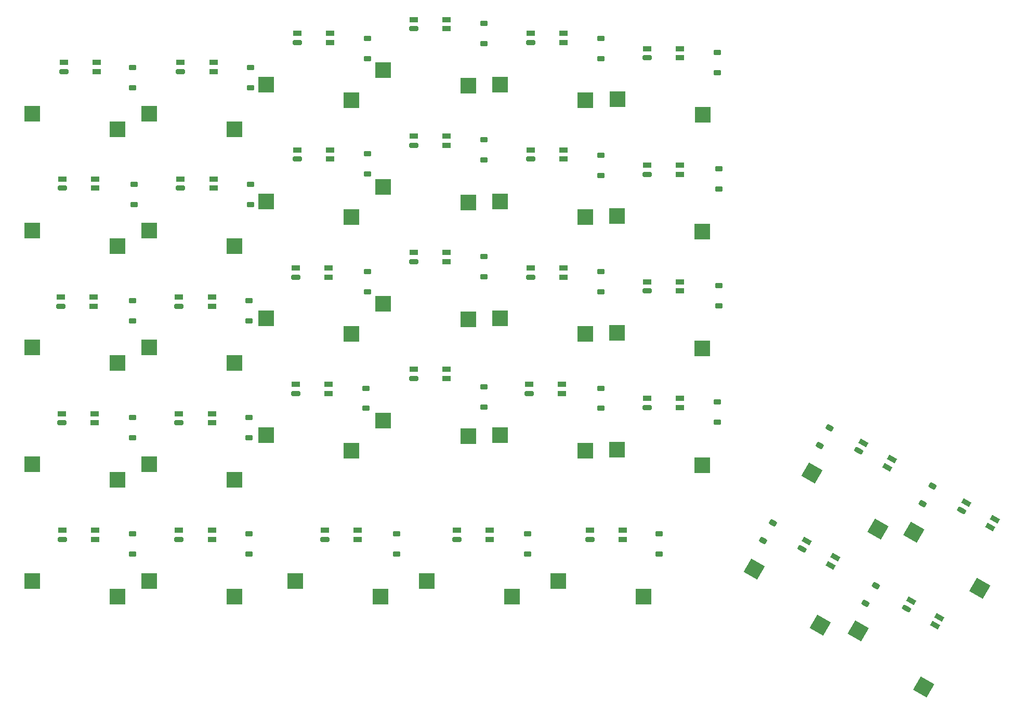
<source format=gbr>
%TF.GenerationSoftware,KiCad,Pcbnew,9.0.0*%
%TF.CreationDate,2025-07-27T21:57:38+02:00*%
%TF.ProjectId,keyboard,6b657962-6f61-4726-942e-6b696361645f,rev?*%
%TF.SameCoordinates,Original*%
%TF.FileFunction,Paste,Top*%
%TF.FilePolarity,Positive*%
%FSLAX46Y46*%
G04 Gerber Fmt 4.6, Leading zero omitted, Abs format (unit mm)*
G04 Created by KiCad (PCBNEW 9.0.0) date 2025-07-27 21:57:38*
%MOMM*%
%LPD*%
G01*
G04 APERTURE LIST*
G04 Aperture macros list*
%AMRoundRect*
0 Rectangle with rounded corners*
0 $1 Rounding radius*
0 $2 $3 $4 $5 $6 $7 $8 $9 X,Y pos of 4 corners*
0 Add a 4 corners polygon primitive as box body*
4,1,4,$2,$3,$4,$5,$6,$7,$8,$9,$2,$3,0*
0 Add four circle primitives for the rounded corners*
1,1,$1+$1,$2,$3*
1,1,$1+$1,$4,$5*
1,1,$1+$1,$6,$7*
1,1,$1+$1,$8,$9*
0 Add four rect primitives between the rounded corners*
20,1,$1+$1,$2,$3,$4,$5,0*
20,1,$1+$1,$4,$5,$6,$7,0*
20,1,$1+$1,$6,$7,$8,$9,0*
20,1,$1+$1,$8,$9,$2,$3,0*%
%AMRotRect*
0 Rectangle, with rotation*
0 The origin of the aperture is its center*
0 $1 length*
0 $2 width*
0 $3 Rotation angle, in degrees counterclockwise*
0 Add horizontal line*
21,1,$1,$2,0,0,$3*%
G04 Aperture macros list end*
%ADD10RoundRect,0.225000X0.375000X-0.225000X0.375000X0.225000X-0.375000X0.225000X-0.375000X-0.225000X0*%
%ADD11RoundRect,0.225000X0.212260X-0.382356X0.437260X0.007356X-0.212260X0.382356X-0.437260X-0.007356X0*%
%ADD12R,1.450000X0.820000*%
%ADD13RoundRect,0.205000X-0.520000X-0.205000X0.520000X-0.205000X0.520000X0.205000X-0.520000X0.205000X0*%
%ADD14RotRect,1.450000X0.820000X330.000000*%
%ADD15RoundRect,0.205000X-0.552833X0.082465X0.347833X-0.437535X0.552833X-0.082465X-0.347833X0.437535X0*%
%ADD16RoundRect,0.205000X0.520000X0.205000X-0.520000X0.205000X-0.520000X-0.205000X0.520000X-0.205000X0*%
%ADD17R,2.550000X2.500000*%
%ADD18RotRect,2.550000X2.500000X330.000000*%
G04 APERTURE END LIST*
D10*
%TO.C,D_6*%
X257750000Y-165850000D03*
X257750000Y-169150000D03*
%TD*%
%TO.C,D_7*%
X238750000Y-168100000D03*
X238750000Y-171400000D03*
%TD*%
%TO.C,D_8*%
X276750000Y-168350000D03*
X276750000Y-171650000D03*
%TD*%
%TO.C,D_10*%
X200750000Y-173100000D03*
X200750000Y-176400000D03*
%TD*%
%TO.C,D_11*%
X219750000Y-173100000D03*
X219750000Y-176400000D03*
%TD*%
%TO.C,D_17*%
X219500000Y-192100000D03*
X219500000Y-195400000D03*
%TD*%
%TO.C,D_0*%
X257750000Y-146850000D03*
X257750000Y-150150000D03*
%TD*%
%TO.C,D_1*%
X238750000Y-149350000D03*
X238750000Y-152650000D03*
%TD*%
%TO.C,D_2*%
X276750000Y-149350000D03*
X276750000Y-152650000D03*
%TD*%
%TO.C,D_3*%
X295750000Y-151600000D03*
X295750000Y-154900000D03*
%TD*%
%TO.C,D_4*%
X200500000Y-154100000D03*
X200500000Y-157400000D03*
%TD*%
%TO.C,D_5*%
X219750000Y-154100000D03*
X219750000Y-157400000D03*
%TD*%
%TO.C,D_9*%
X296000000Y-170600000D03*
X296000000Y-173900000D03*
%TD*%
%TO.C,D_12*%
X257750000Y-184850000D03*
X257750000Y-188150000D03*
%TD*%
%TO.C,D_13*%
X238750000Y-187350000D03*
X238750000Y-190650000D03*
%TD*%
%TO.C,D_15*%
X296000000Y-189600000D03*
X296000000Y-192900000D03*
%TD*%
%TO.C,D_16*%
X200500000Y-192100000D03*
X200500000Y-195400000D03*
%TD*%
%TO.C,D_18*%
X257750000Y-206100000D03*
X257750000Y-209400000D03*
%TD*%
%TO.C,D_19*%
X238500000Y-206350000D03*
X238500000Y-209650000D03*
%TD*%
%TO.C,D_20*%
X276750000Y-206350000D03*
X276750000Y-209650000D03*
%TD*%
%TO.C,D_21*%
X295750000Y-208600000D03*
X295750000Y-211900000D03*
%TD*%
%TO.C,D_22*%
X200500000Y-211100000D03*
X200500000Y-214400000D03*
%TD*%
%TO.C,D_23*%
X219500000Y-211100000D03*
X219500000Y-214400000D03*
%TD*%
%TO.C,D_24*%
X200500000Y-230100000D03*
X200500000Y-233400000D03*
%TD*%
%TO.C,D_25*%
X219500000Y-230100000D03*
X219500000Y-233400000D03*
%TD*%
%TO.C,D_26*%
X243500000Y-230100000D03*
X243500000Y-233400000D03*
%TD*%
%TO.C,D_27*%
X264862500Y-230100000D03*
X264862500Y-233400000D03*
%TD*%
%TO.C,D_28*%
X286250000Y-230100000D03*
X286250000Y-233400000D03*
%TD*%
D11*
%TO.C,D_29*%
X314075000Y-212821058D03*
X312425000Y-215678942D03*
%TD*%
%TO.C,D_30*%
X330825000Y-222321058D03*
X329175000Y-225178942D03*
%TD*%
%TO.C,D_31*%
X304825000Y-228321058D03*
X303175000Y-231178942D03*
%TD*%
D10*
%TO.C,D_14*%
X276750000Y-187350000D03*
X276750000Y-190650000D03*
%TD*%
D11*
%TO.C,D_32*%
X321575000Y-238571058D03*
X319925000Y-241428942D03*
%TD*%
D12*
%TO.C,D22*%
X251675000Y-203250000D03*
X251675000Y-204750000D03*
D13*
X246325000Y-204750000D03*
D12*
X246325000Y-203250000D03*
%TD*%
%TO.C,D23*%
X270425000Y-205750000D03*
X270425000Y-207250000D03*
D13*
X265075000Y-207250000D03*
D12*
X265075000Y-205750000D03*
%TD*%
D14*
%TO.C,D25*%
X324191618Y-217937981D03*
X323441618Y-219237019D03*
D15*
X318808382Y-216562019D03*
D14*
X319558382Y-215262981D03*
%TD*%
D12*
%TO.C,D2*%
X270675000Y-148500000D03*
X270675000Y-150000000D03*
D13*
X265325000Y-150000000D03*
D12*
X265325000Y-148500000D03*
%TD*%
D14*
%TO.C,D27*%
X331941618Y-243687981D03*
X331191618Y-244987019D03*
D15*
X326558382Y-242312019D03*
D14*
X327308382Y-241012981D03*
%TD*%
D12*
%TO.C,D33*%
X194425000Y-229500000D03*
X194425000Y-231000000D03*
D13*
X189075000Y-231000000D03*
D12*
X189075000Y-229500000D03*
%TD*%
D14*
%TO.C,D28*%
X314941618Y-233937981D03*
X314191618Y-235237019D03*
D15*
X309558382Y-232562019D03*
D14*
X310308382Y-231262981D03*
%TD*%
D12*
%TO.C,D32*%
X213425000Y-229500000D03*
X213425000Y-231000000D03*
D13*
X208075000Y-231000000D03*
D12*
X208075000Y-229500000D03*
%TD*%
%TO.C,D31*%
X237175000Y-229500000D03*
X237175000Y-231000000D03*
D13*
X231825000Y-231000000D03*
D12*
X231825000Y-229500000D03*
%TD*%
%TO.C,D3*%
X251675000Y-146250000D03*
X251675000Y-147750000D03*
D13*
X246325000Y-147750000D03*
D12*
X246325000Y-146250000D03*
%TD*%
%TO.C,D12*%
X289675000Y-170000000D03*
X289675000Y-171500000D03*
D13*
X284325000Y-171500000D03*
D12*
X284325000Y-170000000D03*
%TD*%
%TO.C,D15*%
X251675000Y-184250000D03*
X251675000Y-185750000D03*
D13*
X246325000Y-185750000D03*
D12*
X246325000Y-184250000D03*
%TD*%
%TO.C,D1*%
X289675000Y-151000000D03*
X289675000Y-152500000D03*
D16*
X284325000Y-152500000D03*
D12*
X284325000Y-151000000D03*
%TD*%
%TO.C,D16*%
X232425000Y-186750000D03*
X232425000Y-188250000D03*
D13*
X227075000Y-188250000D03*
D12*
X227075000Y-186750000D03*
%TD*%
%TO.C,D18*%
X194175000Y-191500000D03*
X194175000Y-193000000D03*
D13*
X188825000Y-193000000D03*
D12*
X188825000Y-191500000D03*
%TD*%
%TO.C,D29*%
X280350000Y-229500000D03*
X280350000Y-231000000D03*
D13*
X275000000Y-231000000D03*
D12*
X275000000Y-229500000D03*
%TD*%
%TO.C,D13*%
X289675000Y-189000000D03*
X289675000Y-190500000D03*
D13*
X284325000Y-190500000D03*
D12*
X284325000Y-189000000D03*
%TD*%
%TO.C,D6*%
X194675000Y-153250000D03*
X194675000Y-154750000D03*
D13*
X189325000Y-154750000D03*
D12*
X189325000Y-153250000D03*
%TD*%
%TO.C,D21*%
X232425000Y-205750000D03*
X232425000Y-207250000D03*
D13*
X227075000Y-207250000D03*
D12*
X227075000Y-205750000D03*
%TD*%
%TO.C,D4*%
X232675000Y-148500000D03*
X232675000Y-150000000D03*
D13*
X227325000Y-150000000D03*
D12*
X227325000Y-148500000D03*
%TD*%
D14*
%TO.C,D26*%
X340941618Y-227687981D03*
X340191618Y-228987019D03*
D15*
X335558382Y-226312019D03*
D14*
X336308382Y-225012981D03*
%TD*%
D12*
%TO.C,D20*%
X213425000Y-210500000D03*
X213425000Y-212000000D03*
D13*
X208075000Y-212000000D03*
D12*
X208075000Y-210500000D03*
%TD*%
%TO.C,D17*%
X213425000Y-191500000D03*
X213425000Y-193000000D03*
D13*
X208075000Y-193000000D03*
D12*
X208075000Y-191500000D03*
%TD*%
%TO.C,D5*%
X213675000Y-153250000D03*
X213675000Y-154750000D03*
D13*
X208325000Y-154750000D03*
D12*
X208325000Y-153250000D03*
%TD*%
%TO.C,D11*%
X270675000Y-167500000D03*
X270675000Y-169000000D03*
D13*
X265325000Y-169000000D03*
D12*
X265325000Y-167500000D03*
%TD*%
%TO.C,D30*%
X258675000Y-229500000D03*
X258675000Y-231000000D03*
D13*
X253325000Y-231000000D03*
D12*
X253325000Y-229500000D03*
%TD*%
%TO.C,D8*%
X213675000Y-172250000D03*
X213675000Y-173750000D03*
D13*
X208325000Y-173750000D03*
D12*
X208325000Y-172250000D03*
%TD*%
%TO.C,D7*%
X194425000Y-172250000D03*
X194425000Y-173750000D03*
D13*
X189075000Y-173750000D03*
D12*
X189075000Y-172250000D03*
%TD*%
%TO.C,D10*%
X251675000Y-165250000D03*
X251675000Y-166750000D03*
D13*
X246325000Y-166750000D03*
D12*
X246325000Y-165250000D03*
%TD*%
%TO.C,D14*%
X270675000Y-186750000D03*
X270675000Y-188250000D03*
D13*
X265325000Y-188250000D03*
D12*
X265325000Y-186750000D03*
%TD*%
%TO.C,D9*%
X232675000Y-167500000D03*
X232675000Y-169000000D03*
D13*
X227325000Y-169000000D03*
D12*
X227325000Y-167500000D03*
%TD*%
%TO.C,D24*%
X289675000Y-208000000D03*
X289675000Y-209500000D03*
D13*
X284325000Y-209500000D03*
D12*
X284325000Y-208000000D03*
%TD*%
%TO.C,D19*%
X194350000Y-210500000D03*
X194350000Y-212000000D03*
D13*
X189000000Y-212000000D03*
D12*
X189000000Y-210500000D03*
%TD*%
D17*
%TO.C,K_0*%
X255165000Y-157017500D03*
X241315000Y-154477500D03*
%TD*%
%TO.C,K_1*%
X236115000Y-159398750D03*
X222265000Y-156858750D03*
%TD*%
%TO.C,K_2*%
X274215000Y-159398750D03*
X260365000Y-156858750D03*
%TD*%
%TO.C,K_3*%
X293375000Y-161780000D03*
X279525000Y-159240000D03*
%TD*%
%TO.C,K_4*%
X198015000Y-164161250D03*
X184165000Y-161621250D03*
%TD*%
%TO.C,K_5*%
X217065000Y-164161250D03*
X203215000Y-161621250D03*
%TD*%
%TO.C,K_6*%
X255165000Y-176067500D03*
X241315000Y-173527500D03*
%TD*%
%TO.C,K_7*%
X236115000Y-178448750D03*
X222265000Y-175908750D03*
%TD*%
%TO.C,K_8*%
X274215000Y-178448750D03*
X260365000Y-175908750D03*
%TD*%
%TO.C,K_9*%
X279415000Y-178290000D03*
X293265000Y-180830000D03*
%TD*%
%TO.C,K_10*%
X184165000Y-180671250D03*
X198015000Y-183211250D03*
%TD*%
%TO.C,K_11*%
X217065000Y-183211250D03*
X203215000Y-180671250D03*
%TD*%
%TO.C,K_12*%
X255165000Y-195117500D03*
X241315000Y-192577500D03*
%TD*%
%TO.C,K_13*%
X236115000Y-197498750D03*
X222265000Y-194958750D03*
%TD*%
%TO.C,K_14*%
X274215000Y-197498750D03*
X260365000Y-194958750D03*
%TD*%
%TO.C,K_15*%
X279415000Y-197340000D03*
X293265000Y-199880000D03*
%TD*%
%TO.C,K_16*%
X198015000Y-202261250D03*
X184165000Y-199721250D03*
%TD*%
%TO.C,K_17*%
X217065000Y-202261250D03*
X203215000Y-199721250D03*
%TD*%
%TO.C,K_18*%
X255165000Y-214167500D03*
X241315000Y-211627500D03*
%TD*%
%TO.C,K_19*%
X236115000Y-216548750D03*
X222265000Y-214008750D03*
%TD*%
%TO.C,K_20*%
X274215000Y-216548750D03*
X260365000Y-214008750D03*
%TD*%
%TO.C,K_21*%
X293265000Y-218930000D03*
X279415000Y-216390000D03*
%TD*%
%TO.C,K_22*%
X198015000Y-221311250D03*
X184165000Y-218771250D03*
%TD*%
%TO.C,K_23*%
X217065000Y-221311250D03*
X203215000Y-218771250D03*
%TD*%
%TO.C,K_24*%
X198015000Y-240361250D03*
X184165000Y-237821250D03*
%TD*%
%TO.C,K_25*%
X217065000Y-240361250D03*
X203215000Y-237821250D03*
%TD*%
%TO.C,K_26*%
X240877500Y-240361250D03*
X227027500Y-237821250D03*
%TD*%
%TO.C,K_27*%
X262290000Y-240361250D03*
X248440000Y-237821250D03*
%TD*%
%TO.C,K_28*%
X283740000Y-240361250D03*
X269890000Y-237821250D03*
%TD*%
D18*
%TO.C,K_29*%
X321907300Y-229326808D03*
X311182848Y-220202104D03*
%TD*%
%TO.C,K_30*%
X338507891Y-239004409D03*
X327783439Y-229879705D03*
%TD*%
%TO.C,K_31*%
X312507891Y-245004409D03*
X301783439Y-235879705D03*
%TD*%
%TO.C,K_32*%
X329393584Y-255084409D03*
X318669132Y-245959705D03*
%TD*%
M02*

</source>
